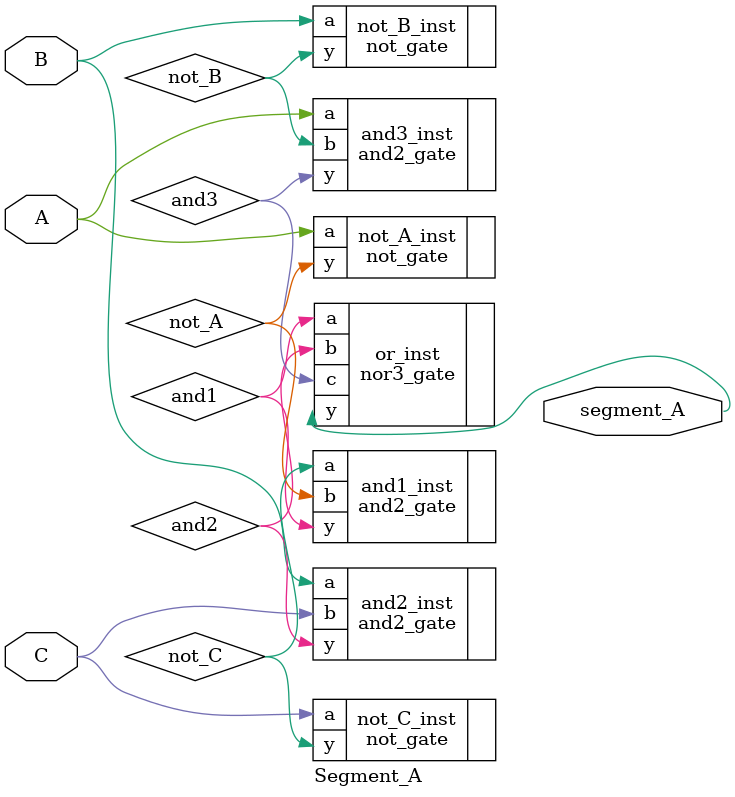
<source format=sv>
module Segment_A (
    input wire A, // Entrada A
    input wire B, // Entrada B
    input wire C, // Entrada C
    output wire segment_A // Salida para el segmento A del display de 7 segmentos
);

    wire not_A;
    wire not_B;
    wire not_C;
	 wire and1,and2,and3;

    // Compuerta NOT para negar A
    not_gate not_A_inst (
        .a(A),
        .y(not_A)
    );

    // Compuerta NOT para negar B
    not_gate not_B_inst (
        .a(B),
        .y(not_B)
    );

    // Compuerta NOT para negar C
    not_gate not_C_inst (
        .a(C),
        .y(not_C)
    );

    // Compuertas AND de 2 entradas
    and2_gate and1_inst (
        .a(not_C), // Entrada C negada
        .b(not_A), // Entrada A negada
        .y(and1) // Salida para el segmento A
    );

    and2_gate and2_inst (
        .a(B),
        .b(C),
        .y(and2)
    );

    and2_gate and3_inst (
        .a(A),
        .b(not_B), // Entrada B negada
        .y(and3)
    );

    // Compuerta OR de 3 entradas para combinar las salidas de las AND
    nor3_gate or_inst (
        .a(and1),
        .b(and2),
        .c(and3),
        .y(segment_A)
    );

endmodule

</source>
